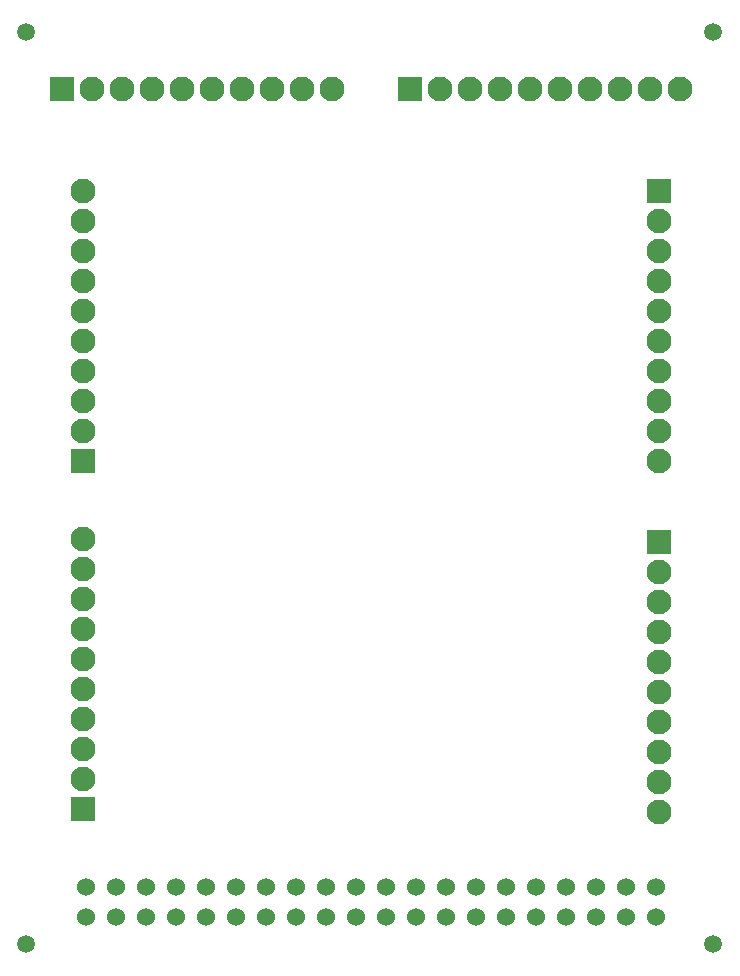
<source format=gbr>
G04 #@! TF.GenerationSoftware,KiCad,Pcbnew,(5.1.2-1)-1*
G04 #@! TF.CreationDate,2019-07-02T18:03:37-05:00*
G04 #@! TF.ProjectId,multiSPI,6d756c74-6953-4504-992e-6b696361645f,rev?*
G04 #@! TF.SameCoordinates,Original*
G04 #@! TF.FileFunction,Soldermask,Bot*
G04 #@! TF.FilePolarity,Negative*
%FSLAX46Y46*%
G04 Gerber Fmt 4.6, Leading zero omitted, Abs format (unit mm)*
G04 Created by KiCad (PCBNEW (5.1.2-1)-1) date 2019-07-02 18:03:37*
%MOMM*%
%LPD*%
G04 APERTURE LIST*
%ADD10C,1.500000*%
%ADD11C,2.100000*%
%ADD12R,2.100000X2.100000*%
%ADD13C,1.524000*%
G04 APERTURE END LIST*
D10*
X113030000Y-121666000D03*
X171196000Y-121666000D03*
X171196000Y-44450000D03*
X113030000Y-44450000D03*
D11*
X166624000Y-110490000D03*
X166624000Y-107950000D03*
X166624000Y-105410000D03*
X166624000Y-102870000D03*
X166624000Y-100330000D03*
X166624000Y-97790000D03*
X166624000Y-95250000D03*
X166624000Y-92710000D03*
X166624000Y-90170000D03*
D12*
X166624000Y-87630000D03*
D13*
X166370000Y-116840000D03*
X166370000Y-119380000D03*
X163830000Y-116840000D03*
X163830000Y-119380000D03*
X161290000Y-116840000D03*
X161290000Y-119380000D03*
X158750000Y-116840000D03*
X158750000Y-119380000D03*
X156210000Y-116840000D03*
X156210000Y-119380000D03*
X153670000Y-116840000D03*
X153670000Y-119380000D03*
X151130000Y-116840000D03*
X151130000Y-119380000D03*
X148590000Y-116840000D03*
X148590000Y-119380000D03*
X146050000Y-116840000D03*
X146050000Y-119380000D03*
X143510000Y-116840000D03*
X143510000Y-119380000D03*
X140970000Y-116840000D03*
X140970000Y-119380000D03*
X138430000Y-116840000D03*
X138430000Y-119380000D03*
X135890000Y-116840000D03*
X135890000Y-119380000D03*
X133350000Y-116840000D03*
X133350000Y-119380000D03*
X130810000Y-116840000D03*
X130810000Y-119380000D03*
X128270000Y-116840000D03*
X128270000Y-119380000D03*
X125730000Y-116840000D03*
X125730000Y-119380000D03*
X123190000Y-116840000D03*
X123190000Y-119380000D03*
X120650000Y-116840000D03*
X120650000Y-119380000D03*
X118110000Y-116840000D03*
X118110000Y-119380000D03*
D11*
X166624000Y-80772000D03*
X166624000Y-78232000D03*
X166624000Y-75692000D03*
X166624000Y-73152000D03*
X166624000Y-70612000D03*
X166624000Y-68072000D03*
X166624000Y-65532000D03*
X166624000Y-62992000D03*
X166624000Y-60452000D03*
D12*
X166624000Y-57912000D03*
D11*
X168402000Y-49276000D03*
X165862000Y-49276000D03*
X163322000Y-49276000D03*
X160782000Y-49276000D03*
X158242000Y-49276000D03*
X155702000Y-49276000D03*
X153162000Y-49276000D03*
X150622000Y-49276000D03*
X148082000Y-49276000D03*
D12*
X145542000Y-49276000D03*
D11*
X138938000Y-49276000D03*
X136398000Y-49276000D03*
X133858000Y-49276000D03*
X131318000Y-49276000D03*
X128778000Y-49276000D03*
X126238000Y-49276000D03*
X123698000Y-49276000D03*
X121158000Y-49276000D03*
X118618000Y-49276000D03*
D12*
X116078000Y-49276000D03*
D11*
X117856000Y-57912000D03*
X117856000Y-60452000D03*
X117856000Y-62992000D03*
X117856000Y-65532000D03*
X117856000Y-68072000D03*
X117856000Y-70612000D03*
X117856000Y-73152000D03*
X117856000Y-75692000D03*
X117856000Y-78232000D03*
D12*
X117856000Y-80772000D03*
D11*
X117856000Y-87376000D03*
X117856000Y-89916000D03*
X117856000Y-92456000D03*
X117856000Y-94996000D03*
X117856000Y-97536000D03*
X117856000Y-100076000D03*
X117856000Y-102616000D03*
X117856000Y-105156000D03*
X117856000Y-107696000D03*
D12*
X117856000Y-110236000D03*
M02*

</source>
